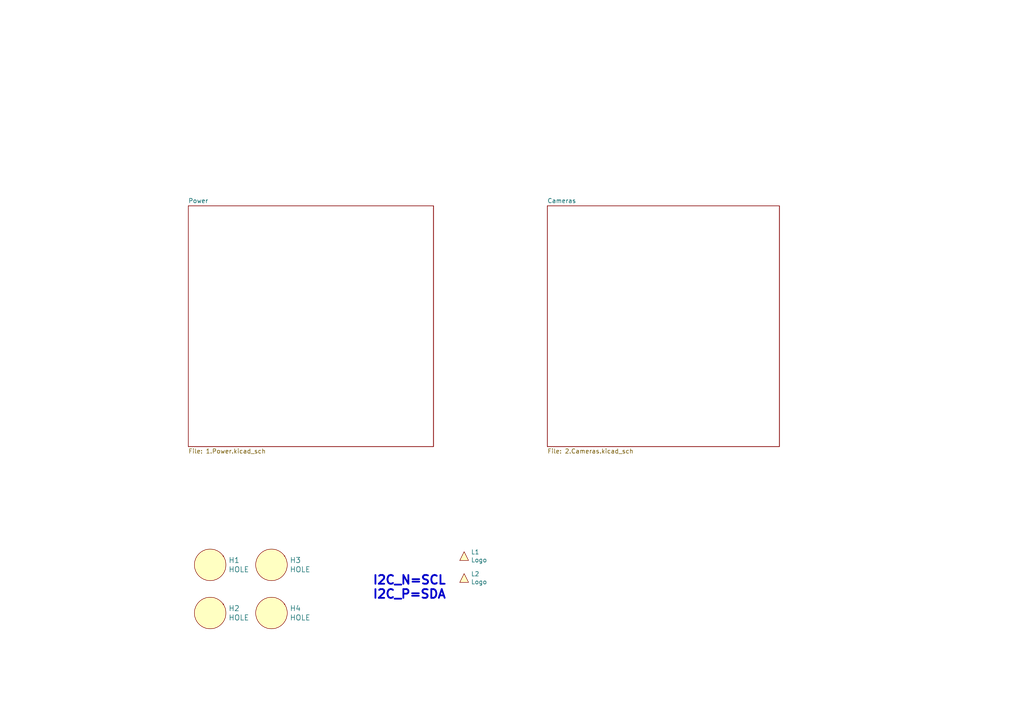
<source format=kicad_sch>
(kicad_sch (version 20211123) (generator eeschema)

  (uuid 69ba17e6-b384-4f64-b99c-03973c42d2ea)

  (paper "A4")

  (title_block
    (rev "1")
  )

  (lib_symbols
    (symbol "M9J_TP+MountHole+Fiducial:HOLE" (pin_names (offset 1.016)) (in_bom yes) (on_board yes)
      (property "Reference" "H" (id 0) (at 0 6.35 0)
        (effects (font (size 1.524 1.524)))
      )
      (property "Value" "HOLE" (id 1) (at 0 0 0)
        (effects (font (size 1.524 1.524)))
      )
      (property "Footprint" "M9J_TP+MountHole+Fiducial.:HOLE_3MM" (id 2) (at 0 0 0)
        (effects (font (size 1.524 1.524)) hide)
      )
      (property "Datasheet" "" (id 3) (at 0 0 0)
        (effects (font (size 1.524 1.524)) hide)
      )
      (symbol "HOLE_0_1"
        (circle (center 0 0) (radius 4.572)
          (stroke (width 0) (type default) (color 0 0 0 0))
          (fill (type background))
        )
        (circle (center 3.81 2.54) (radius 0.0001)
          (stroke (width 0) (type default) (color 0 0 0 0))
          (fill (type none))
        )
        (circle (center 3.81 2.54) (radius 0.0001)
          (stroke (width 0) (type default) (color 0 0 0 0))
          (fill (type none))
        )
      )
    )
    (symbol "M9J_TP+MountHole+Fiducial:Logo" (pin_names (offset 1.016)) (in_bom yes) (on_board yes)
      (property "Reference" "L" (id 0) (at 0 2.54 0)
        (effects (font (size 1.27 1.27)))
      )
      (property "Value" "Logo" (id 1) (at 0 -2.54 0)
        (effects (font (size 1.27 1.27)))
      )
      (property "Footprint" "" (id 2) (at 0 0 0)
        (effects (font (size 1.27 1.27)) hide)
      )
      (property "Datasheet" "" (id 3) (at 0 0 0)
        (effects (font (size 1.27 1.27)) hide)
      )
      (symbol "Logo_0_1"
        (polyline
          (pts
            (xy -1.27 -1.27)
            (xy 1.27 -1.27)
            (xy 0 1.27)
            (xy -1.27 -1.27)
          )
          (stroke (width 0) (type default) (color 0 0 0 0))
          (fill (type background))
        )
      )
    )
  )


  (text "I2C_N=SCL\nI2C_P=SDA" (at 107.95 173.99 0)
    (effects (font (size 2.54 2.54) (thickness 0.508) bold) (justify left bottom))
    (uuid e5015ed2-f026-4335-81b0-a08010698158)
  )

  (symbol (lib_id "M9J_TP+MountHole+Fiducial:HOLE") (at 60.96 163.83 0) (unit 1)
    (in_bom yes) (on_board yes)
    (uuid 00000000-0000-0000-0000-00005d1af4ce)
    (property "Reference" "H1" (id 0) (at 66.2432 162.4838 0)
      (effects (font (size 1.524 1.524)) (justify left))
    )
    (property "Value" "" (id 1) (at 66.2432 165.1762 0)
      (effects (font (size 1.524 1.524)) (justify left))
    )
    (property "Footprint" "" (id 2) (at 60.96 163.83 0)
      (effects (font (size 1.524 1.524)) hide)
    )
    (property "Datasheet" "" (id 3) (at 60.96 163.83 0)
      (effects (font (size 1.524 1.524)) hide)
    )
  )

  (symbol (lib_id "M9J_TP+MountHole+Fiducial:Logo") (at 134.62 161.29 0) (unit 1)
    (in_bom yes) (on_board yes)
    (uuid 00000000-0000-0000-0000-00005d1eda9c)
    (property "Reference" "L1" (id 0) (at 136.6012 160.1216 0)
      (effects (font (size 1.27 1.27)) (justify left))
    )
    (property "Value" "" (id 1) (at 136.6012 162.433 0)
      (effects (font (size 1.27 1.27)) (justify left))
    )
    (property "Footprint" "" (id 2) (at 134.62 161.29 0)
      (effects (font (size 1.27 1.27)) hide)
    )
    (property "Datasheet" "" (id 3) (at 134.62 161.29 0)
      (effects (font (size 1.27 1.27)) hide)
    )
  )

  (symbol (lib_id "M9J_TP+MountHole+Fiducial:Logo") (at 134.62 167.64 0) (unit 1)
    (in_bom yes) (on_board yes)
    (uuid 00000000-0000-0000-0000-00005d214d1a)
    (property "Reference" "L2" (id 0) (at 136.6012 166.4716 0)
      (effects (font (size 1.27 1.27)) (justify left))
    )
    (property "Value" "" (id 1) (at 136.6012 168.783 0)
      (effects (font (size 1.27 1.27)) (justify left))
    )
    (property "Footprint" "" (id 2) (at 134.62 167.64 0)
      (effects (font (size 1.27 1.27)) hide)
    )
    (property "Datasheet" "" (id 3) (at 134.62 167.64 0)
      (effects (font (size 1.27 1.27)) hide)
    )
  )

  (symbol (lib_id "M9J_TP+MountHole+Fiducial:HOLE") (at 78.74 163.83 0) (unit 1)
    (in_bom yes) (on_board yes)
    (uuid 00000000-0000-0000-0000-00005d254743)
    (property "Reference" "H3" (id 0) (at 84.0232 162.4838 0)
      (effects (font (size 1.524 1.524)) (justify left))
    )
    (property "Value" "" (id 1) (at 84.0232 165.1762 0)
      (effects (font (size 1.524 1.524)) (justify left))
    )
    (property "Footprint" "" (id 2) (at 78.74 163.83 0)
      (effects (font (size 1.524 1.524)) hide)
    )
    (property "Datasheet" "" (id 3) (at 78.74 163.83 0)
      (effects (font (size 1.524 1.524)) hide)
    )
  )

  (symbol (lib_id "M9J_TP+MountHole+Fiducial:HOLE") (at 60.96 177.8 0) (unit 1)
    (in_bom yes) (on_board yes)
    (uuid 00000000-0000-0000-0000-00005d254c1c)
    (property "Reference" "H2" (id 0) (at 66.2432 176.4538 0)
      (effects (font (size 1.524 1.524)) (justify left))
    )
    (property "Value" "" (id 1) (at 66.2432 179.1462 0)
      (effects (font (size 1.524 1.524)) (justify left))
    )
    (property "Footprint" "" (id 2) (at 60.96 177.8 0)
      (effects (font (size 1.524 1.524)) hide)
    )
    (property "Datasheet" "" (id 3) (at 60.96 177.8 0)
      (effects (font (size 1.524 1.524)) hide)
    )
  )

  (symbol (lib_id "M9J_TP+MountHole+Fiducial:HOLE") (at 78.74 177.8 0) (unit 1)
    (in_bom yes) (on_board yes)
    (uuid 00000000-0000-0000-0000-00005d2550c4)
    (property "Reference" "H4" (id 0) (at 84.0232 176.4538 0)
      (effects (font (size 1.524 1.524)) (justify left))
    )
    (property "Value" "" (id 1) (at 84.0232 179.1462 0)
      (effects (font (size 1.524 1.524)) (justify left))
    )
    (property "Footprint" "" (id 2) (at 78.74 177.8 0)
      (effects (font (size 1.524 1.524)) hide)
    )
    (property "Datasheet" "" (id 3) (at 78.74 177.8 0)
      (effects (font (size 1.524 1.524)) hide)
    )
  )

  (sheet (at 54.61 59.69) (size 71.12 69.85) (fields_autoplaced)
    (stroke (width 0) (type solid) (color 0 0 0 0))
    (fill (color 0 0 0 0.0000))
    (uuid 00000000-0000-0000-0000-00005d10617d)
    (property "Sheet name" "Power" (id 0) (at 54.61 58.9784 0)
      (effects (font (size 1.27 1.27)) (justify left bottom))
    )
    (property "Sheet file" "1.Power.kicad_sch" (id 1) (at 54.61 130.1246 0)
      (effects (font (size 1.27 1.27)) (justify left top))
    )
  )

  (sheet (at 158.75 59.69) (size 67.31 69.85) (fields_autoplaced)
    (stroke (width 0) (type solid) (color 0 0 0 0))
    (fill (color 0 0 0 0.0000))
    (uuid 00000000-0000-0000-0000-00005d106230)
    (property "Sheet name" "Cameras" (id 0) (at 158.75 58.9784 0)
      (effects (font (size 1.27 1.27)) (justify left bottom))
    )
    (property "Sheet file" "2.Cameras.kicad_sch" (id 1) (at 158.75 130.1246 0)
      (effects (font (size 1.27 1.27)) (justify left top))
    )
  )

  (sheet_instances
    (path "/" (page "1"))
    (path "/00000000-0000-0000-0000-00005d10617d" (page "2"))
    (path "/00000000-0000-0000-0000-00005d106230" (page "3"))
  )

  (symbol_instances
    (path "/00000000-0000-0000-0000-00005d10617d/00000000-0000-0000-0000-00005d1d22be"
      (reference "#PWR02") (unit 1) (value "GND") (footprint "")
    )
    (path "/00000000-0000-0000-0000-00005d10617d/00000000-0000-0000-0000-00005d23ff94"
      (reference "#PWR03") (unit 1) (value "GND") (footprint "")
    )
    (path "/00000000-0000-0000-0000-00005d10617d/00000000-0000-0000-0000-00005d23ff62"
      (reference "#PWR04") (unit 1) (value "GND") (footprint "")
    )
    (path "/00000000-0000-0000-0000-00005d10617d/00000000-0000-0000-0000-00005d23ff3b"
      (reference "#PWR06") (unit 1) (value "+5V") (footprint "")
    )
    (path "/00000000-0000-0000-0000-00005d10617d/00000000-0000-0000-0000-00005d23ff47"
      (reference "#PWR07") (unit 1) (value "GND") (footprint "")
    )
    (path "/00000000-0000-0000-0000-00005d10617d/00000000-0000-0000-0000-00005d23ff9a"
      (reference "#PWR08") (unit 1) (value "GND") (footprint "")
    )
    (path "/00000000-0000-0000-0000-00005d10617d/00000000-0000-0000-0000-00005d4a1906"
      (reference "#PWR09") (unit 1) (value "GND") (footprint "")
    )
    (path "/00000000-0000-0000-0000-00005d10617d/00000000-0000-0000-0000-00005d51e9cf"
      (reference "#PWR010") (unit 1) (value "GND") (footprint "")
    )
    (path "/00000000-0000-0000-0000-00005d10617d/00000000-0000-0000-0000-00005d1b779c"
      (reference "#PWR012") (unit 1) (value "GND") (footprint "")
    )
    (path "/00000000-0000-0000-0000-00005d10617d/00000000-0000-0000-0000-00005d1e9dc0"
      (reference "#PWR014") (unit 1) (value "GND") (footprint "")
    )
    (path "/00000000-0000-0000-0000-00005d10617d/00000000-0000-0000-0000-00005d51e9b6"
      (reference "#PWR016") (unit 1) (value "GND") (footprint "")
    )
    (path "/00000000-0000-0000-0000-00005d10617d/00000000-0000-0000-0000-00005d51e9d5"
      (reference "#PWR018") (unit 1) (value "GND") (footprint "")
    )
    (path "/00000000-0000-0000-0000-00005d10617d/00000000-0000-0000-0000-00005d1bd271"
      (reference "#PWR020") (unit 1) (value "GND") (footprint "")
    )
    (path "/00000000-0000-0000-0000-00005d10617d/00000000-0000-0000-0000-00005d1e9df5"
      (reference "#PWR022") (unit 1) (value "GND") (footprint "")
    )
    (path "/00000000-0000-0000-0000-00005d10617d/00000000-0000-0000-0000-00005d201d11"
      (reference "#PWR024") (unit 1) (value "GND") (footprint "")
    )
    (path "/00000000-0000-0000-0000-00005d10617d/00000000-0000-0000-0000-00005d1db960"
      (reference "#PWR026") (unit 1) (value "GND") (footprint "")
    )
    (path "/00000000-0000-0000-0000-00005d10617d/00000000-0000-0000-0000-00005d1e9dfe"
      (reference "#PWR028") (unit 1) (value "GND") (footprint "")
    )
    (path "/00000000-0000-0000-0000-00005d10617d/00000000-0000-0000-0000-00005d201d46"
      (reference "#PWR030") (unit 1) (value "GND") (footprint "")
    )
    (path "/00000000-0000-0000-0000-00005d10617d/00000000-0000-0000-0000-00005d1db995"
      (reference "#PWR032") (unit 1) (value "GND") (footprint "")
    )
    (path "/00000000-0000-0000-0000-00005d10617d/00000000-0000-0000-0000-00005d1e9e33"
      (reference "#PWR034") (unit 1) (value "GND") (footprint "")
    )
    (path "/00000000-0000-0000-0000-00005d10617d/00000000-0000-0000-0000-00005d4498f3"
      (reference "#PWR036") (unit 1) (value "GND") (footprint "")
    )
    (path "/00000000-0000-0000-0000-00005d10617d/00000000-0000-0000-0000-00005d421dad"
      (reference "#PWR038") (unit 1) (value "GND") (footprint "")
    )
    (path "/00000000-0000-0000-0000-00005d10617d/00000000-0000-0000-0000-00005d45ec76"
      (reference "#PWR040") (unit 1) (value "GND") (footprint "")
    )
    (path "/00000000-0000-0000-0000-00005d106230/00000000-0000-0000-0000-00005d1fd3df"
      (reference "#PWR042") (unit 1) (value "GND") (footprint "")
    )
    (path "/00000000-0000-0000-0000-00005d106230/00000000-0000-0000-0000-00005d19de03"
      (reference "#PWR043") (unit 1) (value "GND") (footprint "")
    )
    (path "/00000000-0000-0000-0000-00005d106230/00000000-0000-0000-0000-00005d2175d6"
      (reference "#PWR046") (unit 1) (value "GND") (footprint "")
    )
    (path "/00000000-0000-0000-0000-00005d106230/00000000-0000-0000-0000-00005d1ac549"
      (reference "#PWR047") (unit 1) (value "GND") (footprint "")
    )
    (path "/00000000-0000-0000-0000-00005d106230/00000000-0000-0000-0000-00005d1c5370"
      (reference "#PWR049") (unit 1) (value "+1V8A") (footprint "")
    )
    (path "/00000000-0000-0000-0000-00005d106230/00000000-0000-0000-0000-00005d1e4504"
      (reference "#PWR051") (unit 1) (value "GND") (footprint "")
    )
    (path "/00000000-0000-0000-0000-00005d106230/00000000-0000-0000-0000-00005d2ad435"
      (reference "#PWR052") (unit 1) (value "GND") (footprint "")
    )
    (path "/00000000-0000-0000-0000-00005d106230/00000000-0000-0000-0000-00005d297a0b"
      (reference "#PWR054") (unit 1) (value "GND") (footprint "")
    )
    (path "/00000000-0000-0000-0000-00005d106230/00000000-0000-0000-0000-00005d3b6beb"
      (reference "#PWR056") (unit 1) (value "GND") (footprint "")
    )
    (path "/00000000-0000-0000-0000-00005d106230/00000000-0000-0000-0000-00005d3b6c0f"
      (reference "#PWR058") (unit 1) (value "GND") (footprint "")
    )
    (path "/00000000-0000-0000-0000-00005d106230/00000000-0000-0000-0000-00005d1b3425"
      (reference "#PWR059") (unit 1) (value "GND") (footprint "")
    )
    (path "/00000000-0000-0000-0000-00005d106230/00000000-0000-0000-0000-00005d23b59a"
      (reference "#PWR061") (unit 1) (value "+1V8B") (footprint "")
    )
    (path "/00000000-0000-0000-0000-00005d106230/00000000-0000-0000-0000-00005d34062f"
      (reference "#PWR063") (unit 1) (value "GND") (footprint "")
    )
    (path "/00000000-0000-0000-0000-00005d106230/00000000-0000-0000-0000-00005d3b6bc8"
      (reference "#PWR064") (unit 1) (value "GND") (footprint "")
    )
    (path "/00000000-0000-0000-0000-00005d106230/00000000-0000-0000-0000-00005d34204a"
      (reference "#PWR066") (unit 1) (value "GND") (footprint "")
    )
    (path "/00000000-0000-0000-0000-00005d106230/00000000-0000-0000-0000-00005d43cb8e"
      (reference "#PWR068") (unit 1) (value "GND") (footprint "")
    )
    (path "/00000000-0000-0000-0000-00005d106230/00000000-0000-0000-0000-00005d635e98"
      (reference "#PWR070") (unit 1) (value "GND") (footprint "")
    )
    (path "/00000000-0000-0000-0000-00005d106230/00000000-0000-0000-0000-00005d6e06eb"
      (reference "#PWR072") (unit 1) (value "GND") (footprint "")
    )
    (path "/00000000-0000-0000-0000-00005d106230/00000000-0000-0000-0000-00005d43d5f2"
      (reference "#PWR073") (unit 1) (value "GND") (footprint "")
    )
    (path "/00000000-0000-0000-0000-00005d106230/00000000-0000-0000-0000-00005d6df536"
      (reference "#PWR074") (unit 1) (value "GND") (footprint "")
    )
    (path "/00000000-0000-0000-0000-00005d106230/00000000-0000-0000-0000-00005d6e024c"
      (reference "#PWR075") (unit 1) (value "GND") (footprint "")
    )
    (path "/00000000-0000-0000-0000-00005d106230/00000000-0000-0000-0000-00005d5b8b27"
      (reference "#PWR078") (unit 1) (value "GND") (footprint "")
    )
    (path "/00000000-0000-0000-0000-00005d10617d/00000000-0000-0000-0000-00005d205d8f"
      (reference "#PWR0101") (unit 1) (value "+3V3_Nano") (footprint "")
    )
    (path "/00000000-0000-0000-0000-00005d10617d/00000000-0000-0000-0000-00005d206211"
      (reference "#PWR0102") (unit 1) (value "+3V3_Nano") (footprint "")
    )
    (path "/00000000-0000-0000-0000-00005d10617d/00000000-0000-0000-0000-00005d2070ca"
      (reference "#PWR0103") (unit 1) (value "+3V3_Nano") (footprint "")
    )
    (path "/00000000-0000-0000-0000-00005d10617d/00000000-0000-0000-0000-00005d207fa3"
      (reference "#PWR0104") (unit 1) (value "+3V3_Nano") (footprint "")
    )
    (path "/00000000-0000-0000-0000-00005d10617d/00000000-0000-0000-0000-00005d208d95"
      (reference "#PWR0105") (unit 1) (value "+3V3_Nano") (footprint "")
    )
    (path "/00000000-0000-0000-0000-00005d10617d/00000000-0000-0000-0000-00005d2097aa"
      (reference "#PWR0106") (unit 1) (value "+3V3_Nano") (footprint "")
    )
    (path "/00000000-0000-0000-0000-00005d10617d/00000000-0000-0000-0000-00005d20a84d"
      (reference "#PWR0107") (unit 1) (value "+3V3_Nano") (footprint "")
    )
    (path "/00000000-0000-0000-0000-00005d10617d/00000000-0000-0000-0000-00005d20b2f5"
      (reference "#PWR0108") (unit 1) (value "+3V3_Nano") (footprint "")
    )
    (path "/00000000-0000-0000-0000-00005d10617d/00000000-0000-0000-0000-00005d20ca05"
      (reference "#PWR0109") (unit 1) (value "+3V3_Nano") (footprint "")
    )
    (path "/00000000-0000-0000-0000-00005d10617d/00000000-0000-0000-0000-00005d20d795"
      (reference "#PWR0110") (unit 1) (value "+3V3_Nano") (footprint "")
    )
    (path "/00000000-0000-0000-0000-00005d10617d/00000000-0000-0000-0000-00005d20bcc0"
      (reference "#PWR0111") (unit 1) (value "+3V3_Nano") (footprint "")
    )
    (path "/00000000-0000-0000-0000-00005d10617d/00000000-0000-0000-0000-00005d212251"
      (reference "#PWR0112") (unit 1) (value "+2V8A") (footprint "")
    )
    (path "/00000000-0000-0000-0000-00005d10617d/00000000-0000-0000-0000-00005d21299a"
      (reference "#PWR0113") (unit 1) (value "+2V8B") (footprint "")
    )
    (path "/00000000-0000-0000-0000-00005d10617d/00000000-0000-0000-0000-00005d21505f"
      (reference "#PWR0114") (unit 1) (value "+1V8A") (footprint "")
    )
    (path "/00000000-0000-0000-0000-00005d10617d/00000000-0000-0000-0000-00005d2156bf"
      (reference "#PWR0115") (unit 1) (value "+1V8B") (footprint "")
    )
    (path "/00000000-0000-0000-0000-00005d10617d/00000000-0000-0000-0000-00005d21791e"
      (reference "#PWR0116") (unit 1) (value "+1V8A") (footprint "")
    )
    (path "/00000000-0000-0000-0000-00005d10617d/00000000-0000-0000-0000-00005d218e0a"
      (reference "#PWR0117") (unit 1) (value "+AF_2V8") (footprint "")
    )
    (path "/00000000-0000-0000-0000-00005d106230/00000000-0000-0000-0000-00005d23adb4"
      (reference "#PWR0118") (unit 1) (value "+3V3_Nano") (footprint "")
    )
    (path "/00000000-0000-0000-0000-00005d106230/00000000-0000-0000-0000-00005d23adba"
      (reference "#PWR0119") (unit 1) (value "+2V8B") (footprint "")
    )
    (path "/00000000-0000-0000-0000-00005d106230/00000000-0000-0000-0000-00005d23adc0"
      (reference "#PWR0120") (unit 1) (value "+2V8A") (footprint "")
    )
    (path "/00000000-0000-0000-0000-00005d106230/00000000-0000-0000-0000-00005d23adc6"
      (reference "#PWR0121") (unit 1) (value "+1V8A") (footprint "")
    )
    (path "/00000000-0000-0000-0000-00005d106230/00000000-0000-0000-0000-00005d23adcc"
      (reference "#PWR0122") (unit 1) (value "+1V8B") (footprint "")
    )
    (path "/00000000-0000-0000-0000-00005d106230/00000000-0000-0000-0000-00005d23add2"
      (reference "#PWR0123") (unit 1) (value "+AF_2V8") (footprint "")
    )
    (path "/00000000-0000-0000-0000-00005d106230/00000000-0000-0000-0000-00005d23add8"
      (reference "#PWR0124") (unit 1) (value "+5V") (footprint "")
    )
    (path "/00000000-0000-0000-0000-00005d106230/00000000-0000-0000-0000-00005d2508e6"
      (reference "#PWR0125") (unit 1) (value "+3V3_Nano") (footprint "")
    )
    (path "/00000000-0000-0000-0000-00005d106230/00000000-0000-0000-0000-00005d250ff5"
      (reference "#PWR0126") (unit 1) (value "+3V3_Nano") (footprint "")
    )
    (path "/00000000-0000-0000-0000-00005d106230/00000000-0000-0000-0000-00005d251cb2"
      (reference "#PWR0127") (unit 1) (value "+3V3_Nano") (footprint "")
    )
    (path "/00000000-0000-0000-0000-00005d106230/00000000-0000-0000-0000-00005d252e67"
      (reference "#PWR0128") (unit 1) (value "+3V3_Nano") (footprint "")
    )
    (path "/00000000-0000-0000-0000-00005d106230/00000000-0000-0000-0000-00005d25380b"
      (reference "#PWR0129") (unit 1) (value "+3V3_Nano") (footprint "")
    )
    (path "/00000000-0000-0000-0000-00005d106230/00000000-0000-0000-0000-00005d2546ff"
      (reference "#PWR0130") (unit 1) (value "+3V3_Nano") (footprint "")
    )
    (path "/00000000-0000-0000-0000-00005d106230/00000000-0000-0000-0000-00005d259513"
      (reference "#PWR0131") (unit 1) (value "+1V8A") (footprint "")
    )
    (path "/00000000-0000-0000-0000-00005d106230/00000000-0000-0000-0000-00005d25aae6"
      (reference "#PWR0132") (unit 1) (value "+AF_2V8") (footprint "")
    )
    (path "/00000000-0000-0000-0000-00005d106230/00000000-0000-0000-0000-00005d25cd66"
      (reference "#PWR0133") (unit 1) (value "+1V8B") (footprint "")
    )
    (path "/00000000-0000-0000-0000-00005d10617d/00000000-0000-0000-0000-00005d1d2891"
      (reference "C1") (unit 1) (value "0.1uF") (footprint "M9J_RLC.:C0603")
    )
    (path "/00000000-0000-0000-0000-00005d10617d/00000000-0000-0000-0000-00005d23ff85"
      (reference "C2") (unit 1) (value "0.1uF") (footprint "M9J_RLC.:C0603")
    )
    (path "/00000000-0000-0000-0000-00005d10617d/00000000-0000-0000-0000-00005d23ff7f"
      (reference "C3") (unit 1) (value "0.1uF") (footprint "M9J_RLC.:C0603")
    )
    (path "/00000000-0000-0000-0000-00005d10617d/00000000-0000-0000-0000-00005d51e9e0"
      (reference "C4") (unit 1) (value "0.1uF") (footprint "M9J_RLC.:C0603")
    )
    (path "/00000000-0000-0000-0000-00005d10617d/00000000-0000-0000-0000-00005d1b77cc"
      (reference "C5") (unit 1) (value "1uF") (footprint "M9J_RLC.:C0603")
    )
    (path "/00000000-0000-0000-0000-00005d10617d/00000000-0000-0000-0000-00005d1e9dcc"
      (reference "C6") (unit 1) (value "1uF") (footprint "M9J_RLC.:C0603")
    )
    (path "/00000000-0000-0000-0000-00005d10617d/00000000-0000-0000-0000-00005d51e9c9"
      (reference "C7") (unit 1) (value "0.1uF") (footprint "M9J_RLC.:C0603")
    )
    (path "/00000000-0000-0000-0000-00005d10617d/00000000-0000-0000-0000-00005d1bcb58"
      (reference "C8") (unit 1) (value "1uF") (footprint "M9J_RLC.:C0603")
    )
    (path "/00000000-0000-0000-0000-00005d10617d/00000000-0000-0000-0000-00005d1e9def"
      (reference "C9") (unit 1) (value "1uF") (footprint "M9J_RLC.:C0603")
    )
    (path "/00000000-0000-0000-0000-00005d10617d/00000000-0000-0000-0000-00005d201d1d"
      (reference "C10") (unit 1) (value "1uF") (footprint "M9J_RLC.:C0603")
    )
    (path "/00000000-0000-0000-0000-00005d10617d/00000000-0000-0000-0000-00005d1db96c"
      (reference "C11") (unit 1) (value "1uF") (footprint "M9J_RLC.:C0603")
    )
    (path "/00000000-0000-0000-0000-00005d10617d/00000000-0000-0000-0000-00005d1e9e0a"
      (reference "C12") (unit 1) (value "1uF") (footprint "M9J_RLC.:C0603")
    )
    (path "/00000000-0000-0000-0000-00005d10617d/00000000-0000-0000-0000-00005d201d40"
      (reference "C13") (unit 1) (value "1uF") (footprint "M9J_RLC.:C0603")
    )
    (path "/00000000-0000-0000-0000-00005d10617d/00000000-0000-0000-0000-00005d1db98f"
      (reference "C14") (unit 1) (value "1uF") (footprint "M9J_RLC.:C0603")
    )
    (path "/00000000-0000-0000-0000-00005d10617d/00000000-0000-0000-0000-00005d1e9e2d"
      (reference "C15") (unit 1) (value "1uF") (footprint "M9J_RLC.:C0603")
    )
    (path "/00000000-0000-0000-0000-00005d106230/00000000-0000-0000-0000-00005d1fcb0d"
      (reference "C16") (unit 1) (value "0.1uF") (footprint "M9J_RLC.:C0603")
    )
    (path "/00000000-0000-0000-0000-00005d106230/00000000-0000-0000-0000-00005d1d5b66"
      (reference "C17") (unit 1) (value "1uF") (footprint "M9J_RLC.:C0603")
    )
    (path "/00000000-0000-0000-0000-00005d106230/00000000-0000-0000-0000-00005d2175d0"
      (reference "C18") (unit 1) (value "0.1uF") (footprint "M9J_RLC.:C0603")
    )
    (path "/00000000-0000-0000-0000-00005d106230/00000000-0000-0000-0000-00005d1ec0a0"
      (reference "C19") (unit 1) (value "0.1uF") (footprint "M9J_RLC.:C0603")
    )
    (path "/00000000-0000-0000-0000-00005d106230/00000000-0000-0000-0000-00005d1ad933"
      (reference "C20") (unit 1) (value "1uF") (footprint "M9J_RLC.:C0603")
    )
    (path "/00000000-0000-0000-0000-00005d106230/00000000-0000-0000-0000-00005d29b8ee"
      (reference "C21") (unit 1) (value "0.1uF") (footprint "M9J_RLC.:C0603")
    )
    (path "/00000000-0000-0000-0000-00005d106230/00000000-0000-0000-0000-00005d29c6ae"
      (reference "C22") (unit 1) (value "10uF") (footprint "M9J_RLC.:C0603")
    )
    (path "/00000000-0000-0000-0000-00005d106230/00000000-0000-0000-0000-00005d3b6be5"
      (reference "C23") (unit 1) (value "0.1uF") (footprint "M9J_RLC.:C0603")
    )
    (path "/00000000-0000-0000-0000-00005d106230/00000000-0000-0000-0000-00005d3b6c09"
      (reference "C24") (unit 1) (value "0.1uF") (footprint "M9J_RLC.:C0603")
    )
    (path "/00000000-0000-0000-0000-00005d106230/00000000-0000-0000-0000-00005d3b6bd8"
      (reference "C25") (unit 1) (value "0.1uF") (footprint "M9J_RLC.:C0603")
    )
    (path "/00000000-0000-0000-0000-00005d106230/00000000-0000-0000-0000-00005d1b342e"
      (reference "C26") (unit 1) (value "1uF") (footprint "M9J_RLC.:C0603")
    )
    (path "/00000000-0000-0000-0000-00005d106230/00000000-0000-0000-0000-00005d3410e7"
      (reference "C27") (unit 1) (value "0.1uF") (footprint "M9J_RLC.:C0603")
    )
    (path "/00000000-0000-0000-0000-00005d106230/00000000-0000-0000-0000-00005d3ed0b5"
      (reference "C28") (unit 1) (value "0.1uF") (footprint "M9J_RLC.:C0603")
    )
    (path "/00000000-0000-0000-0000-00005d106230/00000000-0000-0000-0000-00005d6dd4d4"
      (reference "C29") (unit 1) (value "0.1uF") (footprint "M9J_RLC.:C0603")
    )
    (path "/00000000-0000-0000-0000-00005d106230/00000000-0000-0000-0000-00005d3eb937"
      (reference "C30") (unit 1) (value "0.1uF") (footprint "M9J_RLC.:C0603")
    )
    (path "/00000000-0000-0000-0000-00005d106230/00000000-0000-0000-0000-00005d6de814"
      (reference "C31") (unit 1) (value "0.1uF") (footprint "M9J_RLC.:C0603")
    )
    (path "/00000000-0000-0000-0000-00005d10617d/00000000-0000-0000-0000-00005d4498de"
      (reference "D1") (unit 1) (value "150120RS75000") (footprint "M9J_Semiconductors.:LED_1206RED")
    )
    (path "/00000000-0000-0000-0000-00005d10617d/00000000-0000-0000-0000-00005d3f7263"
      (reference "D2") (unit 1) (value "150120BS75000") (footprint "M9J_Semiconductors.:LED_1206BLU")
    )
    (path "/00000000-0000-0000-0000-00005d10617d/00000000-0000-0000-0000-00005d45ec61"
      (reference "D3") (unit 1) (value "150120BS75000") (footprint "M9J_Semiconductors.:LED_1206BLU")
    )
    (path "/00000000-0000-0000-0000-00005d106230/00000000-0000-0000-0000-00005d57716b"
      (reference "D4") (unit 1) (value "VSMG285011G") (footprint "M9J_Semiconductors.:LED-SMD-2-GULl-WING")
    )
    (path "/00000000-0000-0000-0000-00005d106230/00000000-0000-0000-0000-00005d1d5b78"
      (reference "D5") (unit 1) (value "VSMG285011G") (footprint "M9J_Semiconductors.:LED-SMD-2-GULl-WING")
    )
    (path "/00000000-0000-0000-0000-00005d1af4ce"
      (reference "H1") (unit 1) (value "HOLE") (footprint "M9J_TP+MountHole+Fiducial.:HOLE_3MM")
    )
    (path "/00000000-0000-0000-0000-00005d254c1c"
      (reference "H2") (unit 1) (value "HOLE") (footprint "M9J_TP+MountHole+Fiducial.:HOLE_3MM")
    )
    (path "/00000000-0000-0000-0000-00005d254743"
      (reference "H3") (unit 1) (value "HOLE") (footprint "M9J_TP+MountHole+Fiducial.:HOLE_3MM")
    )
    (path "/00000000-0000-0000-0000-00005d2550c4"
      (reference "H4") (unit 1) (value "HOLE") (footprint "M9J_TP+MountHole+Fiducial.:HOLE_3MM")
    )
    (path "/00000000-0000-0000-0000-00005d10617d/00000000-0000-0000-0000-00005d23ff41"
      (reference "J1") (unit 1) (value "ESW-120-44-T-D") (footprint "M9J_Modules.:nVidia-Jetson-nano")
    )
    (path "/00000000-0000-0000-0000-00005d106230/00000000-0000-0000-0000-00005d1d5ba2"
      (reference "J2") (unit 1) (value "SFW15R-1STE1LF") (footprint "M9J_Connectors:CON-1X15-P1-(SFW15R-1STE1LF)")
    )
    (path "/00000000-0000-0000-0000-00005d106230/00000000-0000-0000-0000-00005d1d5b96"
      (reference "J3") (unit 1) (value "SFV24R-3STBE1HLF") (footprint "M9J_Sensors:OV5640")
    )
    (path "/00000000-0000-0000-0000-00005d106230/00000000-0000-0000-0000-00005d3b6ba9"
      (reference "J4") (unit 1) (value "SFV24R-3STBE1HLF") (footprint "M9J_Sensors:OV5640")
    )
    (path "/00000000-0000-0000-0000-00005d106230/00000000-0000-0000-0000-00005d1d5ba8"
      (reference "J5") (unit 1) (value "M50-3530242") (footprint "M9J_Connectors:PINHD-M1X2-P1.27-(M50-3530242)")
    )
    (path "/00000000-0000-0000-0000-00005d106230/00000000-0000-0000-0000-00005d9a40a2"
      (reference "JP1") (unit 1) (value "Jumper_Sholder_2PinOpen") (footprint "M9J_Connectors:JUMP_2PIN_OPEN")
    )
    (path "/00000000-0000-0000-0000-00005d106230/00000000-0000-0000-0000-00005da45d99"
      (reference "JP2") (unit 1) (value "Jumper_Sholder_2PinOpen") (footprint "M9J_Connectors:JUMP_2PIN_OPEN")
    )
    (path "/00000000-0000-0000-0000-00005d106230/00000000-0000-0000-0000-00005d292857"
      (reference "JP3") (unit 1) (value "Jumper_Sholder_3PinOpen") (footprint "M9J_Connectors:JUMP_3PIN_OPEN")
    )
    (path "/00000000-0000-0000-0000-00005d106230/00000000-0000-0000-0000-00005da82c50"
      (reference "JP4") (unit 1) (value "Jumper_Sholder_2PinOpen") (footprint "M9J_Connectors:JUMP_2PIN_OPEN")
    )
    (path "/00000000-0000-0000-0000-00005d106230/00000000-0000-0000-0000-00005daf94eb"
      (reference "JP5") (unit 1) (value "Jumper_Sholder_2PinOpen") (footprint "M9J_Connectors:JUMP_2PIN_OPEN")
    )
    (path "/00000000-0000-0000-0000-00005d106230/00000000-0000-0000-0000-00005d1ce20f"
      (reference "JP6") (unit 1) (value "Jumper_Sholder_3PinOpen") (footprint "M9J_Connectors:JUMP_3PIN_OPEN")
    )
    (path "/00000000-0000-0000-0000-00005d106230/00000000-0000-0000-0000-00005d7660c8"
      (reference "JP7") (unit 1) (value "Jumper_Sholder_3PinOpen") (footprint "M9J_Connectors:JUMP_3PIN_OPEN")
    )
    (path "/00000000-0000-0000-0000-00005d106230/00000000-0000-0000-0000-00005d42c553"
      (reference "JP8") (unit 1) (value "Jumper_Sholder_2PinOpen") (footprint "M9J_Connectors:JUMP_2PIN_OPEN")
    )
    (path "/00000000-0000-0000-0000-00005d1eda9c"
      (reference "L1") (unit 1) (value "Logo") (footprint "M9J_TP+MountHole+Fiducial.:Logo_Smaller")
    )
    (path "/00000000-0000-0000-0000-00005d214d1a"
      (reference "L2") (unit 1) (value "Logo") (footprint "M9J_TP+MountHole+Fiducial.:Logo_Smaller")
    )
    (path "/00000000-0000-0000-0000-00005d106230/00000000-0000-0000-0000-00005d20c4de"
      (reference "M1") (unit 1) (value "IR_Switch") (footprint "M9J_Electromechanical:IR_Switch")
    )
    (path "/00000000-0000-0000-0000-00005d106230/00000000-0000-0000-0000-00005d1d5b48"
      (reference "M2") (unit 1) (value "IR_Switch") (footprint "M9J_Electromechanical:IR_Switch")
    )
    (path "/00000000-0000-0000-0000-00005d10617d/00000000-0000-0000-0000-00005d4498d8"
      (reference "Q1") (unit 1) (value "MMBT3904") (footprint "M9J_Semiconductors.:SOT-23")
    )
    (path "/00000000-0000-0000-0000-00005d10617d/00000000-0000-0000-0000-00005d3eb29b"
      (reference "Q2") (unit 1) (value "MMBT3904") (footprint "M9J_Semiconductors.:SOT-23")
    )
    (path "/00000000-0000-0000-0000-00005d10617d/00000000-0000-0000-0000-00005d45ec5b"
      (reference "Q3") (unit 1) (value "MMBT3904") (footprint "M9J_Semiconductors.:SOT-23")
    )
    (path "/00000000-0000-0000-0000-00005d106230/00000000-0000-0000-0000-00005d605cac"
      (reference "Q4") (unit 1) (value "MMBT3904") (footprint "M9J_Semiconductors.:SOT-23")
    )
    (path "/00000000-0000-0000-0000-00005d106230/00000000-0000-0000-0000-00005d1d5b7e"
      (reference "Q5") (unit 1) (value "MMBT3904") (footprint "M9J_Semiconductors.:SOT-23")
    )
    (path "/00000000-0000-0000-0000-00005d10617d/00000000-0000-0000-0000-00005d632400"
      (reference "R1") (unit 1) (value "100R") (footprint "M9J_RLC.:R0603")
    )
    (path "/00000000-0000-0000-0000-00005d10617d/00000000-0000-0000-0000-00005d64af95"
      (reference "R2") (unit 1) (value "100R") (footprint "M9J_RLC.:R0603")
    )
    (path "/00000000-0000-0000-0000-00005d10617d/00000000-0000-0000-0000-00005d2303b8"
      (reference "R3") (unit 1) (value "10K") (footprint "M9J_RLC.:R0603")
    )
    (path "/00000000-0000-0000-0000-00005d10617d/00000000-0000-0000-0000-00005d230f26"
      (reference "R4") (unit 1) (value "10K") (footprint "M9J_RLC.:R0603")
    )
    (path "/00000000-0000-0000-0000-00005d10617d/00000000-0000-0000-0000-00005d51e9ec"
      (reference "R5") (unit 1) (value "10K") (footprint "M9J_RLC.:R0603")
    )
    (path "/00000000-0000-0000-0000-00005d10617d/00000000-0000-0000-0000-00005d2f9253"
      (reference "R6") (unit 1) (value "1K") (footprint "M9J_RLC.:R0603")
    )
    (path "/00000000-0000-0000-0000-00005d10617d/00000000-0000-0000-0000-00005d34a6d5"
      (reference "R7") (unit 1) (value "1K") (footprint "M9J_RLC.:R0603")
    )
    (path "/00000000-0000-0000-0000-00005d10617d/00000000-0000-0000-0000-00005d31556a"
      (reference "R8") (unit 1) (value "1K") (footprint "M9J_RLC.:R0603")
    )
    (path "/00000000-0000-0000-0000-00005d10617d/00000000-0000-0000-0000-00005d4498e4"
      (reference "R9") (unit 1) (value "100R") (footprint "M9J_RLC.:R0603")
    )
    (path "/00000000-0000-0000-0000-00005d10617d/00000000-0000-0000-0000-00005d401f43"
      (reference "R10") (unit 1) (value "10R") (footprint "M9J_RLC.:R0603")
    )
    (path "/00000000-0000-0000-0000-00005d10617d/00000000-0000-0000-0000-00005d45ec67"
      (reference "R11") (unit 1) (value "10R") (footprint "M9J_RLC.:R0603")
    )
    (path "/00000000-0000-0000-0000-00005d106230/00000000-0000-0000-0000-00005d809844"
      (reference "R12") (unit 1) (value "2.2K") (footprint "M9J_RLC.:R0603")
    )
    (path "/00000000-0000-0000-0000-00005d106230/00000000-0000-0000-0000-00005d8093ad"
      (reference "R13") (unit 1) (value "2.2K") (footprint "M9J_RLC.:R0603")
    )
    (path "/00000000-0000-0000-0000-00005d106230/00000000-0000-0000-0000-00005d1df66f"
      (reference "R14") (unit 1) (value "2.2K") (footprint "M9J_RLC.:R0603")
    )
    (path "/00000000-0000-0000-0000-00005d106230/00000000-0000-0000-0000-00005d278bd9"
      (reference "R15") (unit 1) (value "2.2K") (footprint "M9J_RLC.:R0603")
    )
    (path "/00000000-0000-0000-0000-00005d106230/00000000-0000-0000-0000-00005d2d7c91"
      (reference "R16") (unit 1) (value "10K") (footprint "M9J_RLC.:R0603")
    )
    (path "/00000000-0000-0000-0000-00005d106230/00000000-0000-0000-0000-00005d850dcb"
      (reference "R17") (unit 1) (value "2.2K") (footprint "M9J_RLC.:R0603")
    )
    (path "/00000000-0000-0000-0000-00005d106230/00000000-0000-0000-0000-00005d8509fa"
      (reference "R18") (unit 1) (value "2.2K") (footprint "M9J_RLC.:R0603")
    )
    (path "/00000000-0000-0000-0000-00005d106230/00000000-0000-0000-0000-00005d3b6bc1"
      (reference "R19") (unit 1) (value "2.2K") (footprint "M9J_RLC.:R0603")
    )
    (path "/00000000-0000-0000-0000-00005d106230/00000000-0000-0000-0000-00005d3b6c3a"
      (reference "R20") (unit 1) (value "2.2K") (footprint "M9J_RLC.:R0603")
    )
    (path "/00000000-0000-0000-0000-00005d106230/00000000-0000-0000-0000-00005d606773"
      (reference "R21") (unit 1) (value "1K") (footprint "M9J_RLC.:R0603")
    )
    (path "/00000000-0000-0000-0000-00005d106230/00000000-0000-0000-0000-00005d653a9d"
      (reference "R22") (unit 1) (value "22R") (footprint "M9J_RLC.:R0603")
    )
    (path "/00000000-0000-0000-0000-00005d106230/00000000-0000-0000-0000-00005d1d5b90"
      (reference "R23") (unit 1) (value "LDR") (footprint "M9J_Sensors:LDR_5.1x4.3_RM3.4")
    )
    (path "/00000000-0000-0000-0000-00005d106230/00000000-0000-0000-0000-00005d3ed91c"
      (reference "R24") (unit 1) (value "10K") (footprint "M9J_RLC.:R0603")
    )
    (path "/00000000-0000-0000-0000-00005d106230/00000000-0000-0000-0000-00005d662fcf"
      (reference "R25") (unit 1) (value "10K") (footprint "M9J_RLC.:R0603")
    )
    (path "/00000000-0000-0000-0000-00005d106230/00000000-0000-0000-0000-00005d654675"
      (reference "R26") (unit 1) (value "22R") (footprint "M9J_RLC.:R0603")
    )
    (path "/00000000-0000-0000-0000-00005d106230/00000000-0000-0000-0000-00005d4c43a5"
      (reference "R27") (unit 1) (value "10K") (footprint "M9J_RLC.:R0603")
    )
    (path "/00000000-0000-0000-0000-00005d106230/00000000-0000-0000-0000-00005d5dbc56"
      (reference "R28") (unit 1) (value "1K") (footprint "M9J_RLC.:R0603")
    )
    (path "/00000000-0000-0000-0000-00005d106230/00000000-0000-0000-0000-00005d55a9c9"
      (reference "R29") (unit 1) (value "3.3R") (footprint "M9J_RLC.:R0603")
    )
    (path "/00000000-0000-0000-0000-00005d106230/00000000-0000-0000-0000-00005d365c83"
      (reference "R30") (unit 1) (value "10K") (footprint "M9J_RLC.:R0603")
    )
    (path "/00000000-0000-0000-0000-00005d106230/00000000-0000-0000-0000-00005d1d5b6c"
      (reference "RV1") (unit 1) (value "TC33X-2-103E") (footprint "M9J_RLC.:TC33X-2_TRIMPOT")
    )
    (path "/00000000-0000-0000-0000-00005d10617d/00000000-0000-0000-0000-00005d3f7269"
      (reference "SW1") (unit 1) (value "TL3780AF240QG") (footprint "M9J_Switches:TACT_SMD_TL3780")
    )
    (path "/00000000-0000-0000-0000-00005d10617d/00000000-0000-0000-0000-00005d474736"
      (reference "SW2") (unit 1) (value "TL3780AF240QG") (footprint "M9J_Switches:TACT_SMD_TL3780")
    )
    (path "/00000000-0000-0000-0000-00005d10617d/00000000-0000-0000-0000-00005d259c1f"
      (reference "U1") (unit 1) (value "SI7006-A20-IMR") (footprint "M9J_Sensors:DFN-6-1EP_3x3mm_P1mm_EP1.5x2.4mm")
    )
    (path "/00000000-0000-0000-0000-00005d10617d/00000000-0000-0000-0000-00005d51e9a3"
      (reference "U2") (unit 1) (value "TXB0104RGY") (footprint "M9J_IntegratedCircuits.:VQFN-14_EP")
    )
    (path "/00000000-0000-0000-0000-00005d10617d/00000000-0000-0000-0000-00005d1b77a2"
      (reference "U3") (unit 1) (value "AP7331-28WG-7") (footprint "M9J_PowerICs.:SOT-23-5")
    )
    (path "/00000000-0000-0000-0000-00005d10617d/00000000-0000-0000-0000-00005d1e9dc6"
      (reference "U4") (unit 1) (value "AP7331-18WG-7") (footprint "M9J_PowerICs.:SOT-23-5")
    )
    (path "/00000000-0000-0000-0000-00005d10617d/00000000-0000-0000-0000-00005d201d17"
      (reference "U5") (unit 1) (value "AP7331-28WG-7") (footprint "M9J_PowerICs.:SOT-23-5")
    )
    (path "/00000000-0000-0000-0000-00005d10617d/00000000-0000-0000-0000-00005d1db966"
      (reference "U6") (unit 1) (value "AP7331-28WG-7") (footprint "M9J_PowerICs.:SOT-23-5")
    )
    (path "/00000000-0000-0000-0000-00005d10617d/00000000-0000-0000-0000-00005d1e9e04"
      (reference "U7") (unit 1) (value "AP7331-18WG-7") (footprint "M9J_PowerICs.:SOT-23-5")
    )
    (path "/00000000-0000-0000-0000-00005d106230/00000000-0000-0000-0000-00005d1df65d"
      (reference "U8") (unit 1) (value "FSA642UMX") (footprint "M9J_IntegratedCircuits.:UMLP-24-3.4X2.5")
    )
    (path "/00000000-0000-0000-0000-00005d106230/00000000-0000-0000-0000-00005d1df663"
      (reference "U9") (unit 1) (value "PCA9543APW,118") (footprint "M9J_IntegratedCircuits.:TSSOP-14_4.4x5mm_P0.65mm")
    )
    (path "/00000000-0000-0000-0000-00005d106230/00000000-0000-0000-0000-00005d1d5b5a"
      (reference "U10") (unit 1) (value "LM393ADR") (footprint "M9J_IntegratedCircuits.:SOIC-8_3.9x4.9_P1.27")
    )
    (path "/00000000-0000-0000-0000-00005d106230/00000000-0000-0000-0000-00005d1d5b60"
      (reference "U10") (unit 3) (value "LM393ADR") (footprint "M9J_IntegratedCircuits.:SOIC-8_3.9x4.9_P1.27")
    )
    (path "/00000000-0000-0000-0000-00005d106230/00000000-0000-0000-0000-00005d1d5b54"
      (reference "U11") (unit 1) (value "DRV8837DSGR") (footprint "M9J_IntegratedCircuits.:WSON-8-1EP_2x2mm_P0.5mm_EP0.9x1.6mm_ThermalVias")
    )
    (path "/00000000-0000-0000-0000-00005d106230/00000000-0000-0000-0000-00005d1d5b42"
      (reference "X1") (unit 1) (value "DSC6003CI2A-024.0000") (footprint "M9J_Crystals:XTAL-4-3.2X2.5")
    )
    (path "/00000000-0000-0000-0000-00005d106230/00000000-0000-0000-0000-00005d1b341f"
      (reference "X2") (unit 1) (value "DSC6003CI2A-024.0000") (footprint "M9J_Crystals:XTAL-4-3.2X2.5")
    )
  )
)

</source>
